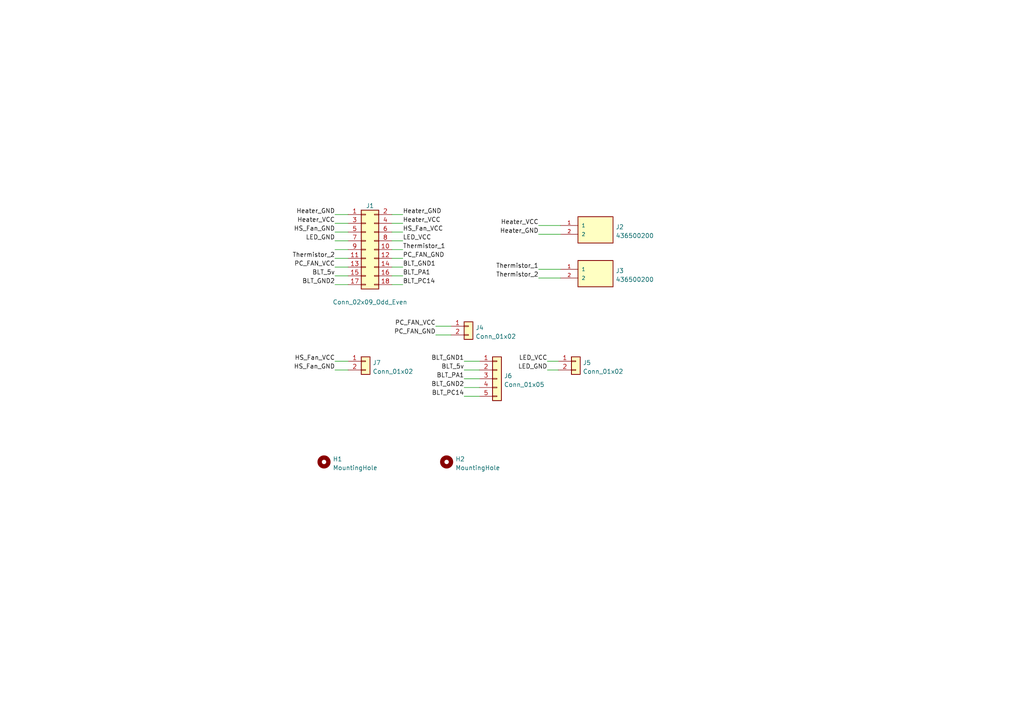
<source format=kicad_sch>
(kicad_sch (version 20211123) (generator eeschema)
  (paper "A4")
  (lib_symbols
    (symbol "Connector_Generic:Conn_01x02" (pin_names (offset 1.016) hide)
      (property "Reference" "J" (at 0 2.54 0))
      (property "Value" "Conn_01x02" (at 0 -5.08 0))
      (symbol "Conn_01x02_1_1"
        (rectangle (start -1.27 -2.413) (end 0 -2.667) (stroke (width 0.1524)))
        (rectangle (start -1.27 0.127) (end 0 -0.127) (stroke (width 0.1524)))
        (rectangle (start -1.27 1.27) (end 1.27 -3.81) (stroke (width 0.254)) (fill (type background)))
        (pin passive line (at -5.08 0 0) (length 3.81) (name "Pin_1") (number "1"))
        (pin passive line (at -5.08 -2.54 0) (length 3.81) (name "Pin_2") (number "2"))
      )
    )
    (symbol "Connector_Generic:Conn_01x05" (pin_names (offset 1.016) hide)
      (property "Reference" "J" (at 0 7.62 0))
      (property "Value" "Conn_01x05" (at 0 -7.62 0))
      (symbol "Conn_01x05_1_1"
        (rectangle (start -1.27 -4.953) (end 0 -5.207) (stroke (width 0.1524)))
        (rectangle (start -1.27 -2.413) (end 0 -2.667) (stroke (width 0.1524)))
        (rectangle (start -1.27 0.127) (end 0 -0.127) (stroke (width 0.1524)))
        (rectangle (start -1.27 2.667) (end 0 2.413) (stroke (width 0.1524)))
        (rectangle (start -1.27 5.207) (end 0 4.953) (stroke (width 0.1524)))
        (rectangle (start -1.27 6.35) (end 1.27 -6.35) (stroke (width 0.254)) (fill (type background)))
        (pin passive line (at -5.08 5.08 0) (length 3.81) (name "Pin_1") (number "1"))
        (pin passive line (at -5.08 2.54 0) (length 3.81) (name "Pin_2") (number "2"))
        (pin passive line (at -5.08 0 0) (length 3.81) (name "Pin_3") (number "3"))
        (pin passive line (at -5.08 -2.54 0) (length 3.81) (name "Pin_4") (number "4"))
        (pin passive line (at -5.08 -5.08 0) (length 3.81) (name "Pin_5") (number "5"))
      )
    )
    (symbol "Connector_Generic:Conn_02x09_Odd_Even" (pin_names (offset 1.016) hide)
      (property "Reference" "J" (at 1.27 12.7 0))
      (property "Value" "Conn_02x09_Odd_Even" (at 1.27 -12.7 0))
      (symbol "Conn_02x09_Odd_Even_1_1"
        (rectangle (start -1.27 -10.033) (end 0 -10.287) (stroke (width 0.1524)))
        (rectangle (start -1.27 -7.493) (end 0 -7.747) (stroke (width 0.1524)))
        (rectangle (start -1.27 -4.953) (end 0 -5.207) (stroke (width 0.1524)))
        (rectangle (start -1.27 -2.413) (end 0 -2.667) (stroke (width 0.1524)))
        (rectangle (start -1.27 0.127) (end 0 -0.127) (stroke (width 0.1524)))
        (rectangle (start -1.27 2.667) (end 0 2.413) (stroke (width 0.1524)))
        (rectangle (start -1.27 5.207) (end 0 4.953) (stroke (width 0.1524)))
        (rectangle (start -1.27 7.747) (end 0 7.493) (stroke (width 0.1524)))
        (rectangle (start -1.27 10.287) (end 0 10.033) (stroke (width 0.1524)))
        (rectangle (start -1.27 11.43) (end 3.81 -11.43) (stroke (width 0.254)) (fill (type background)))
        (rectangle (start 3.81 -10.033) (end 2.54 -10.287) (stroke (width 0.1524)))
        (rectangle (start 3.81 -7.493) (end 2.54 -7.747) (stroke (width 0.1524)))
        (rectangle (start 3.81 -4.953) (end 2.54 -5.207) (stroke (width 0.1524)))
        (rectangle (start 3.81 -2.413) (end 2.54 -2.667) (stroke (width 0.1524)))
        (rectangle (start 3.81 0.127) (end 2.54 -0.127) (stroke (width 0.1524)))
        (rectangle (start 3.81 2.667) (end 2.54 2.413) (stroke (width 0.1524)))
        (rectangle (start 3.81 5.207) (end 2.54 4.953) (stroke (width 0.1524)))
        (rectangle (start 3.81 7.747) (end 2.54 7.493) (stroke (width 0.1524)))
        (rectangle (start 3.81 10.287) (end 2.54 10.033) (stroke (width 0.1524)))
        (pin passive line (at -5.08 10.16 0) (length 3.81) (name "Pin_1") (number "1"))
        (pin passive line (at 7.62 0 180) (length 3.81) (name "Pin_10") (number "10"))
        (pin passive line (at -5.08 -2.54 0) (length 3.81) (name "Pin_11") (number "11"))
        (pin passive line (at 7.62 -2.54 180) (length 3.81) (name "Pin_12") (number "12"))
        (pin passive line (at -5.08 -5.08 0) (length 3.81) (name "Pin_13") (number "13"))
        (pin passive line (at 7.62 -5.08 180) (length 3.81) (name "Pin_14") (number "14"))
        (pin passive line (at -5.08 -7.62 0) (length 3.81) (name "Pin_15") (number "15"))
        (pin passive line (at 7.62 -7.62 180) (length 3.81) (name "Pin_16") (number "16"))
        (pin passive line (at -5.08 -10.16 0) (length 3.81) (name "Pin_17") (number "17"))
        (pin passive line (at 7.62 -10.16 180) (length 3.81) (name "Pin_18") (number "18"))
        (pin passive line (at 7.62 10.16 180) (length 3.81) (name "Pin_2") (number "2"))
        (pin passive line (at -5.08 7.62 0) (length 3.81) (name "Pin_3") (number "3"))
        (pin passive line (at 7.62 7.62 180) (length 3.81) (name "Pin_4") (number "4"))
        (pin passive line (at -5.08 5.08 0) (length 3.81) (name "Pin_5") (number "5"))
        (pin passive line (at 7.62 5.08 180) (length 3.81) (name "Pin_6") (number "6"))
        (pin passive line (at -5.08 2.54 0) (length 3.81) (name "Pin_7") (number "7"))
        (pin passive line (at 7.62 2.54 180) (length 3.81) (name "Pin_8") (number "8"))
        (pin passive line (at -5.08 0 0) (length 3.81) (name "Pin_9") (number "9"))
      )
    )
    (symbol "Mechanical:MountingHole" (pin_names (offset 1.016))
      (property "Reference" "H" (at 0 5.08 0))
      (property "Value" "MountingHole" (at 0 3.175 0))
      (symbol "MountingHole_0_1"
        (circle (center 0 0) (radius 1.27) (stroke (width 1.27)))
      )
    )
    (symbol "Molex Micro-fit 3.0:436500200" (pin_names (offset 1.016))
      (property "Reference" "J" (at -5.08 3.81 0))
      (property "Value" "436500200" (at -5.08 -6.35 0))
      (symbol "436500200_0_0"
        (rectangle (start -5.08 -5.08) (end 5.08 2.54) (stroke (width 0.254)) (fill (type background)))
        (pin passive line (at -10.16 0 0) (length 5.08) (name "1") (number "1"))
        (pin passive line (at -10.16 -2.54 0) (length 5.08) (name "2") (number "2"))
      )
    )
  )
  (wire (pts (xy 113.665 82.55) (xy 116.84 82.55)))
  (wire (pts (xy 134.62 104.775) (xy 139.065 104.775)))
  (wire (pts (xy 97.155 62.23) (xy 100.965 62.23)))
  (wire (pts (xy 156.21 67.945) (xy 162.56 67.945)))
  (wire (pts (xy 97.155 64.77) (xy 100.965 64.77)))
  (wire (pts (xy 134.62 112.395) (xy 139.065 112.395)))
  (wire (pts (xy 158.75 104.775) (xy 161.925 104.775)))
  (wire (pts (xy 97.155 80.01) (xy 100.965 80.01)))
  (wire (pts (xy 97.155 77.47) (xy 100.965 77.47)))
  (wire (pts (xy 97.155 69.85) (xy 100.965 69.85)))
  (wire (pts (xy 97.155 72.39) (xy 100.965 72.39)))
  (wire (pts (xy 97.155 107.315) (xy 100.965 107.315)))
  (wire (pts (xy 126.365 94.615) (xy 130.81 94.615)))
  (wire (pts (xy 156.21 65.405) (xy 162.56 65.405)))
  (wire (pts (xy 113.665 74.93) (xy 116.84 74.93)))
  (wire (pts (xy 134.62 114.935) (xy 139.065 114.935)))
  (wire (pts (xy 156.21 78.105) (xy 162.56 78.105)))
  (wire (pts (xy 97.155 74.93) (xy 100.965 74.93)))
  (wire (pts (xy 97.155 67.31) (xy 100.965 67.31)))
  (wire (pts (xy 113.665 69.85) (xy 116.84 69.85)))
  (wire (pts (xy 97.155 82.55) (xy 100.965 82.55)))
  (wire (pts (xy 158.75 107.315) (xy 161.925 107.315)))
  (wire (pts (xy 113.665 64.77) (xy 116.84 64.77)))
  (wire (pts (xy 134.62 109.855) (xy 139.065 109.855)))
  (wire (pts (xy 97.155 104.775) (xy 100.965 104.775)))
  (wire (pts (xy 113.665 80.01) (xy 116.84 80.01)))
  (wire (pts (xy 126.365 97.155) (xy 130.81 97.155)))
  (wire (pts (xy 156.21 80.645) (xy 162.56 80.645)))
  (wire (pts (xy 113.665 77.47) (xy 116.84 77.47)))
  (wire (pts (xy 134.62 107.315) (xy 139.065 107.315)))
  (wire (pts (xy 113.665 72.39) (xy 116.84 72.39)))
  (wire (pts (xy 113.665 62.23) (xy 116.84 62.23)))
  (wire (pts (xy 113.665 67.31) (xy 116.84 67.31)))
  (label "Thermistor_2" (at 156.21 80.645 180))
  (label "Heater_GND" (at 116.84 62.23 0))
  (label "BLT_5v" (at 97.155 80.01 180))
  (label "HS_Fan_GND" (at 97.155 107.315 180))
  (label "Heater_VCC" (at 97.155 64.77 180))
  (label "LED_VCC" (at 116.84 69.85 0))
  (label "BLT_PA1" (at 134.62 109.855 180))
  (label "LED_GND" (at 158.75 107.315 180))
  (label "Heater_GND" (at 156.21 67.945 180))
  (label "HS_Fan_VCC" (at 116.84 67.31 0))
  (label "BLT_PC14" (at 134.62 114.935 180))
  (label "Thermistor_1" (at 156.21 78.105 180))
  (label "Heater_VCC" (at 116.84 64.77 0))
  (label "PC_FAN_GND" (at 126.365 97.155 180))
  (label "BLT_5v" (at 134.62 107.315 180))
  (label "PC_FAN_VCC" (at 97.155 77.47 180))
  (label "Thermistor_1" (at 116.84 72.39 0))
  (label "Heater_VCC" (at 156.21 65.405 180))
  (label "LED_VCC" (at 158.75 104.775 180))
  (label "BLT_GND1" (at 116.84 77.47 0))
  (label "PC_FAN_GND" (at 116.84 74.93 0))
  (label "BLT_GND2" (at 97.155 82.55 180))
  (label "HS_Fan_VCC" (at 97.155 104.775 180))
  (label "BLT_PA1" (at 116.84 80.01 0))
  (label "PC_FAN_VCC" (at 126.365 94.615 180))
  (label "BLT_GND2" (at 134.62 112.395 180))
  (label "LED_GND" (at 97.155 69.85 180))
  (label "BLT_GND1" (at 134.62 104.775 180))
  (label "BLT_PC14" (at 116.84 82.55 0))
  (label "HS_Fan_GND" (at 97.155 67.31 180))
  (label "Heater_GND" (at 97.155 62.23 180))
  (label "Thermistor_2" (at 97.155 74.93 180))
  (symbol (lib_id "Molex Micro-fit 3.0:436500200") (at 172.72 65.405 0) (unit 1)
    (property "Reference" "J2" (at 178.562 65.8403 0) (effects (justify left)))
    (property "Value" "436500200" (at 178.562 68.3772 0) (effects (justify left)))
    (property "Footprint" "TerminalBlock_Phoenix:TerminalBlock_Phoenix_MKDS-1,5-2-5.08_1x02_P5.08mm_Horizontal" (effects hide))
    (property "MANUFACTURER" "Molex" (effects hide))
    (property "PARTREV" "D7" (effects hide))
    (property "MAXIMUM_PACKAGE_HEIGHT" "5.57 mm" (effects hide))
    (property "STANDARD" "Manufacturer Recommendations" (effects hide))
  )
  (symbol (lib_id "Molex Micro-fit 3.0:436500200") (at 172.72 78.105 0) (unit 1)
    (property "Reference" "J3" (at 178.562 78.5403 0) (effects (justify left)))
    (property "Value" "436500200" (at 178.562 81.0772 0) (effects (justify left)))
    (property "Footprint" "TerminalBlock_Phoenix:TerminalBlock_Phoenix_MKDS-1,5-2-5.08_1x02_P5.08mm_Horizontal" (effects hide))
    (property "MANUFACTURER" "Molex" (effects hide))
    (property "PARTREV" "D7" (effects hide))
    (property "MAXIMUM_PACKAGE_HEIGHT" "5.57 mm" (effects hide))
    (property "STANDARD" "Manufacturer Recommendations" (effects hide))
  )
  (symbol (lib_id "Connector_Generic:Conn_01x02") (at 167.005 104.775 0) (unit 1)
    (property "Reference" "J5" (at 169.037 105.2103 0) (effects (justify left)))
    (property "Value" "Conn_01x02" (at 169.037 107.7472 0) (effects (justify left)))
    (property "Footprint" "Connector_JST:JST_PH_B2B-PH-K_1x02_P2.00mm_Vertical" (effects hide))
  )
  (symbol (lib_id "Connector_Generic:Conn_02x09_Odd_Even") (at 106.045 72.39 0) (unit 1)
    (property "Reference" "J1" (at 107.315 59.69 0))
    (property "Value" "Conn_02x09_Odd_Even" (at 107.315 87.63 0))
    (property "Footprint" "Connector_PinHeader_2.54mm:PinHeader_2x09_P2.54mm_Vertical" (effects hide))
  )
  (symbol (lib_id "Connector_Generic:Conn_01x02") (at 106.045 104.775 0) (unit 1)
    (property "Reference" "J7" (at 108.077 105.2103 0) (effects (justify left)))
    (property "Value" "Conn_01x02" (at 108.077 107.7472 0) (effects (justify left)))
    (property "Footprint" "Connector_JST:JST_PH_B2B-PH-K_1x02_P2.00mm_Vertical" (effects hide))
  )
  (symbol (lib_id "Connector_Generic:Conn_01x02") (at 135.89 94.615 0) (unit 1)
    (property "Reference" "J4" (at 137.922 95.0503 0) (effects (justify left)))
    (property "Value" "Conn_01x02" (at 137.922 97.5872 0) (effects (justify left)))
    (property "Footprint" "Connector_JST:JST_PH_B2B-PH-K_1x02_P2.00mm_Vertical" (effects hide))
  )
  (symbol (lib_id "Mechanical:MountingHole") (at 129.54 133.985 0) (unit 1)
    (property "Reference" "H2" (at 132.08 133.1503 0) (effects (justify left)))
    (property "Value" "MountingHole" (at 132.08 135.6872 0) (effects (justify left)))
    (property "Footprint" "Derek's Components:MountingHole_3.2mm_M3_Custom_Pad" (effects hide))
  )
  (symbol (lib_id "Mechanical:MountingHole") (at 93.98 133.985 0) (unit 1)
    (property "Reference" "H1" (at 96.52 133.1503 0) (effects (justify left)))
    (property "Value" "MountingHole" (at 96.52 135.6872 0) (effects (justify left)))
    (property "Footprint" "Derek's Components:MountingHole_3.2mm_M3_Custom_Pad" (effects hide))
  )
  (symbol (lib_id "Connector_Generic:Conn_01x05") (at 144.145 109.855 0) (unit 1)
    (property "Reference" "J6" (at 146.177 109.0203 0) (effects (justify left)))
    (property "Value" "Conn_01x05" (at 146.177 111.5572 0) (effects (justify left)))
    (property "Footprint" "Connector_JST:JST_PH_B5B-PH-K_1x05_P2.00mm_Vertical" (effects hide))
  )
)
</source>
